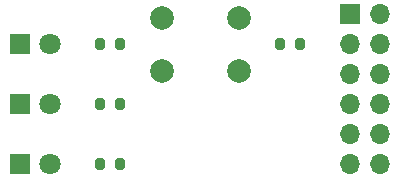
<source format=gbr>
%TF.GenerationSoftware,KiCad,Pcbnew,7.0.10*%
%TF.CreationDate,2024-01-31T19:13:49+09:00*%
%TF.ProjectId,test-smd,74657374-2d73-46d6-942e-6b696361645f,rev?*%
%TF.SameCoordinates,Original*%
%TF.FileFunction,Soldermask,Top*%
%TF.FilePolarity,Negative*%
%FSLAX46Y46*%
G04 Gerber Fmt 4.6, Leading zero omitted, Abs format (unit mm)*
G04 Created by KiCad (PCBNEW 7.0.10) date 2024-01-31 19:13:49*
%MOMM*%
%LPD*%
G01*
G04 APERTURE LIST*
G04 Aperture macros list*
%AMRoundRect*
0 Rectangle with rounded corners*
0 $1 Rounding radius*
0 $2 $3 $4 $5 $6 $7 $8 $9 X,Y pos of 4 corners*
0 Add a 4 corners polygon primitive as box body*
4,1,4,$2,$3,$4,$5,$6,$7,$8,$9,$2,$3,0*
0 Add four circle primitives for the rounded corners*
1,1,$1+$1,$2,$3*
1,1,$1+$1,$4,$5*
1,1,$1+$1,$6,$7*
1,1,$1+$1,$8,$9*
0 Add four rect primitives between the rounded corners*
20,1,$1+$1,$2,$3,$4,$5,0*
20,1,$1+$1,$4,$5,$6,$7,0*
20,1,$1+$1,$6,$7,$8,$9,0*
20,1,$1+$1,$8,$9,$2,$3,0*%
G04 Aperture macros list end*
%ADD10C,2.000000*%
%ADD11RoundRect,0.200000X0.200000X0.275000X-0.200000X0.275000X-0.200000X-0.275000X0.200000X-0.275000X0*%
%ADD12RoundRect,0.200000X-0.200000X-0.275000X0.200000X-0.275000X0.200000X0.275000X-0.200000X0.275000X0*%
%ADD13R,1.700000X1.700000*%
%ADD14O,1.700000X1.700000*%
%ADD15R,1.800000X1.800000*%
%ADD16C,1.800000*%
G04 APERTURE END LIST*
D10*
%TO.C,SW1*%
X118670000Y-58710000D03*
X125170000Y-58710000D03*
X118670000Y-63210000D03*
X125170000Y-63210000D03*
%TD*%
D11*
%TO.C,R1*%
X115125000Y-60960000D03*
X113475000Y-60960000D03*
%TD*%
D12*
%TO.C,R4*%
X128715000Y-60960000D03*
X130365000Y-60960000D03*
%TD*%
D11*
%TO.C,R3*%
X115125000Y-71120000D03*
X113475000Y-71120000D03*
%TD*%
D13*
%TO.C,J1*%
X134620000Y-58420000D03*
D14*
X137160000Y-58420000D03*
X134620000Y-60960000D03*
X137160000Y-60960000D03*
X134620000Y-63500000D03*
X137160000Y-63500000D03*
X134620000Y-66040000D03*
X137160000Y-66040000D03*
X134620000Y-68580000D03*
X137160000Y-68580000D03*
X134620000Y-71120000D03*
X137160000Y-71120000D03*
%TD*%
D11*
%TO.C,R2*%
X115125000Y-66040000D03*
X113475000Y-66040000D03*
%TD*%
D15*
%TO.C,D2*%
X106680000Y-66040000D03*
D16*
X109220000Y-66040000D03*
%TD*%
D15*
%TO.C,D3*%
X106680000Y-71120000D03*
D16*
X109220000Y-71120000D03*
%TD*%
D15*
%TO.C,D1*%
X106680000Y-60960000D03*
D16*
X109220000Y-60960000D03*
%TD*%
M02*

</source>
